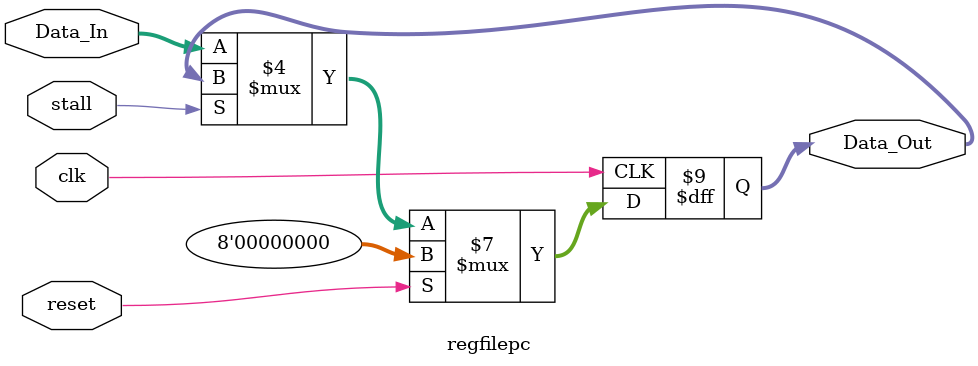
<source format=v>
`timescale 1ns / 1ps
module regfilepc #(parameter WIDTH = 8)(
	input clk,
	input reset,
	input stall,
	input [WIDTH-1:0] Data_In,
	output reg [WIDTH-1:0] Data_Out
    );
	
	initial begin
		Data_Out <=  32'h0000_3000;
	end
	
	always @ (posedge clk)
		if(reset) 
			Data_Out <=  32'h0000_3000;
		else if(stall==0) 
			Data_Out <=  Data_In;
endmodule

</source>
